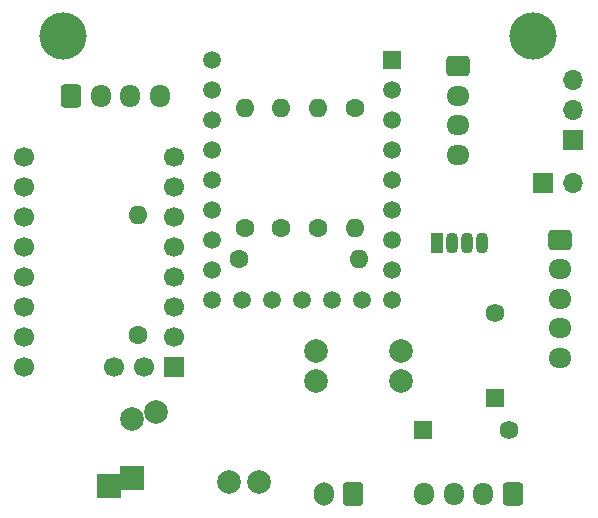
<source format=gbr>
%TF.GenerationSoftware,KiCad,Pcbnew,9.0.0*%
%TF.CreationDate,2025-05-04T10:31:08+10:00*%
%TF.ProjectId,A1_THB,41315f54-4842-42e6-9b69-6361645f7063,rev?*%
%TF.SameCoordinates,Original*%
%TF.FileFunction,Soldermask,Bot*%
%TF.FilePolarity,Negative*%
%FSLAX46Y46*%
G04 Gerber Fmt 4.6, Leading zero omitted, Abs format (unit mm)*
G04 Created by KiCad (PCBNEW 9.0.0) date 2025-05-04 10:31:08*
%MOMM*%
%LPD*%
G01*
G04 APERTURE LIST*
G04 Aperture macros list*
%AMRoundRect*
0 Rectangle with rounded corners*
0 $1 Rounding radius*
0 $2 $3 $4 $5 $6 $7 $8 $9 X,Y pos of 4 corners*
0 Add a 4 corners polygon primitive as box body*
4,1,4,$2,$3,$4,$5,$6,$7,$8,$9,$2,$3,0*
0 Add four circle primitives for the rounded corners*
1,1,$1+$1,$2,$3*
1,1,$1+$1,$4,$5*
1,1,$1+$1,$6,$7*
1,1,$1+$1,$8,$9*
0 Add four rect primitives between the rounded corners*
20,1,$1+$1,$2,$3,$4,$5,0*
20,1,$1+$1,$4,$5,$6,$7,0*
20,1,$1+$1,$6,$7,$8,$9,0*
20,1,$1+$1,$8,$9,$2,$3,0*%
G04 Aperture macros list end*
%ADD10O,1.700000X2.000000*%
%ADD11RoundRect,0.250000X0.600000X0.750000X-0.600000X0.750000X-0.600000X-0.750000X0.600000X-0.750000X0*%
%ADD12RoundRect,0.250000X0.600000X0.725000X-0.600000X0.725000X-0.600000X-0.725000X0.600000X-0.725000X0*%
%ADD13O,1.700000X1.950000*%
%ADD14O,1.950000X1.700000*%
%ADD15RoundRect,0.250000X-0.725000X0.600000X-0.725000X-0.600000X0.725000X-0.600000X0.725000X0.600000X0*%
%ADD16C,1.508000*%
%ADD17R,1.508000X1.508000*%
%ADD18C,4.000000*%
%ADD19C,1.600000*%
%ADD20O,1.600000X1.600000*%
%ADD21R,1.070000X1.800000*%
%ADD22O,1.070000X1.800000*%
%ADD23R,1.590000X1.590000*%
%ADD24C,1.590000*%
%ADD25R,1.700000X1.700000*%
%ADD26O,1.700000X1.700000*%
%ADD27C,1.700000*%
%ADD28R,2.000000X2.000000*%
%ADD29C,2.000000*%
%ADD30RoundRect,0.250000X-0.600000X-0.725000X0.600000X-0.725000X0.600000X0.725000X-0.600000X0.725000X0*%
G04 APERTURE END LIST*
D10*
%TO.C,J1*%
X86900000Y-91000000D03*
D11*
X89400000Y-91000000D03*
%TD*%
D12*
%TO.C,J9*%
X102900000Y-91000000D03*
D13*
X100400000Y-91000000D03*
X97900000Y-91000000D03*
X95400000Y-91000000D03*
%TD*%
D14*
%TO.C,J8*%
X106900000Y-79500000D03*
X106900000Y-77000000D03*
X106900000Y-74500000D03*
X106900000Y-72000000D03*
D15*
X106900000Y-69500000D03*
%TD*%
D16*
%TO.C,RPZERO1*%
X77400000Y-54240000D03*
X77400000Y-56780000D03*
X77400000Y-59320000D03*
X77400000Y-61860000D03*
X77400000Y-64400000D03*
X77400000Y-66940000D03*
X77400000Y-69480000D03*
X77400000Y-72020000D03*
X77400000Y-74560000D03*
X79940000Y-74560000D03*
X82480000Y-74560000D03*
X85020000Y-74560000D03*
X87560000Y-74560000D03*
X90100000Y-74560000D03*
X92640000Y-74560000D03*
X92640000Y-72020000D03*
X92640000Y-69480000D03*
X92640000Y-66940000D03*
X92640000Y-64400000D03*
X92640000Y-61860000D03*
X92640000Y-59320000D03*
X92640000Y-56780000D03*
D17*
X92640000Y-54240000D03*
%TD*%
D18*
%TO.C,H2*%
X104600000Y-52250000D03*
%TD*%
%TO.C,H1*%
X64850000Y-52250000D03*
%TD*%
D19*
%TO.C,R3*%
X79720000Y-71100000D03*
D20*
X89880000Y-71100000D03*
%TD*%
D21*
%TO.C,D1*%
X96460000Y-69750000D03*
D22*
X97730000Y-69750000D03*
X99000000Y-69750000D03*
X100270000Y-69750000D03*
%TD*%
D23*
%TO.C,D3*%
X101400000Y-82880000D03*
D24*
X101425400Y-75668000D03*
%TD*%
D23*
%TO.C,D2*%
X95333500Y-85574600D03*
D24*
X102545500Y-85600000D03*
%TD*%
D25*
%TO.C,J3*%
X108000000Y-61000000D03*
D26*
X108000000Y-58460000D03*
X108000000Y-55920000D03*
%TD*%
D25*
%TO.C,M1*%
X74240707Y-80230000D03*
D27*
X74240707Y-77690000D03*
X74240707Y-75150000D03*
X74240707Y-72610000D03*
X74240707Y-70070000D03*
X74240707Y-67530000D03*
X74240707Y-64990000D03*
X74240707Y-62450000D03*
X61540707Y-62450000D03*
X61540707Y-64990000D03*
X61540707Y-67530000D03*
X61540707Y-70070000D03*
X61540707Y-72610000D03*
X61540707Y-75150000D03*
X61540707Y-77690000D03*
X61540707Y-80230000D03*
X71700707Y-80230000D03*
X69160707Y-80230000D03*
%TD*%
D25*
%TO.C,J4*%
X105500000Y-64650000D03*
D26*
X108040000Y-64650000D03*
%TD*%
D19*
%TO.C,R2*%
X86400000Y-68500000D03*
D20*
X86400000Y-58340000D03*
%TD*%
D19*
%TO.C,R6*%
X71150000Y-77580000D03*
D20*
X71150000Y-67420000D03*
%TD*%
D19*
%TO.C,R4*%
X83300000Y-68500000D03*
D20*
X83300000Y-58340000D03*
%TD*%
D28*
%TO.C,C2*%
X68700000Y-90372144D03*
X70700000Y-89700000D03*
D29*
X70700000Y-84700000D03*
X72700000Y-84027856D03*
%TD*%
%TO.C,J5*%
X81400707Y-90000000D03*
X78886107Y-90000000D03*
%TD*%
%TO.C,J6*%
X93400000Y-81414600D03*
X93400000Y-78900000D03*
%TD*%
D19*
%TO.C,R5*%
X80200000Y-68500000D03*
D20*
X80200000Y-58340000D03*
%TD*%
D15*
%TO.C,J2*%
X98300000Y-54800000D03*
D14*
X98300000Y-57300000D03*
X98300000Y-59800000D03*
X98300000Y-62300000D03*
%TD*%
D19*
%TO.C,R1*%
X89500000Y-58320000D03*
D20*
X89500000Y-68480000D03*
%TD*%
D30*
%TO.C,EXM1*%
X65500000Y-57300000D03*
D13*
X68000000Y-57300000D03*
X70500000Y-57300000D03*
X73000000Y-57300000D03*
%TD*%
D29*
%TO.C,J7*%
X86200000Y-78900000D03*
X86200000Y-81414600D03*
%TD*%
M02*

</source>
